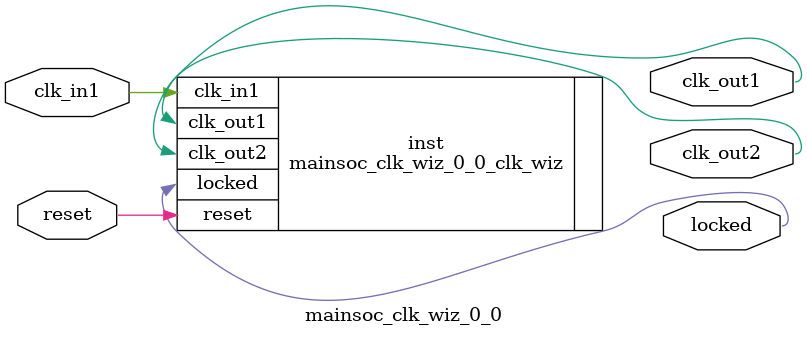
<source format=v>


`timescale 1ps/1ps

(* CORE_GENERATION_INFO = "mainsoc_clk_wiz_0_0,clk_wiz_v5_4_2_0,{component_name=mainsoc_clk_wiz_0_0,use_phase_alignment=true,use_min_o_jitter=false,use_max_i_jitter=false,use_dyn_phase_shift=false,use_inclk_switchover=false,use_dyn_reconfig=false,enable_axi=0,feedback_source=FDBK_AUTO,PRIMITIVE=MMCM,num_out_clk=2,clkin1_period=10.000,clkin2_period=10.000,use_power_down=false,use_reset=true,use_locked=true,use_inclk_stopped=false,feedback_type=SINGLE,CLOCK_MGR_TYPE=NA,manual_override=false}" *)

module mainsoc_clk_wiz_0_0 
 (
  // Clock out ports
  output        clk_out1,
  output        clk_out2,
  // Status and control signals
  input         reset,
  output        locked,
 // Clock in ports
  input         clk_in1
 );

  mainsoc_clk_wiz_0_0_clk_wiz inst
  (
  // Clock out ports  
  .clk_out1(clk_out1),
  .clk_out2(clk_out2),
  // Status and control signals               
  .reset(reset), 
  .locked(locked),
 // Clock in ports
  .clk_in1(clk_in1)
  );

endmodule

</source>
